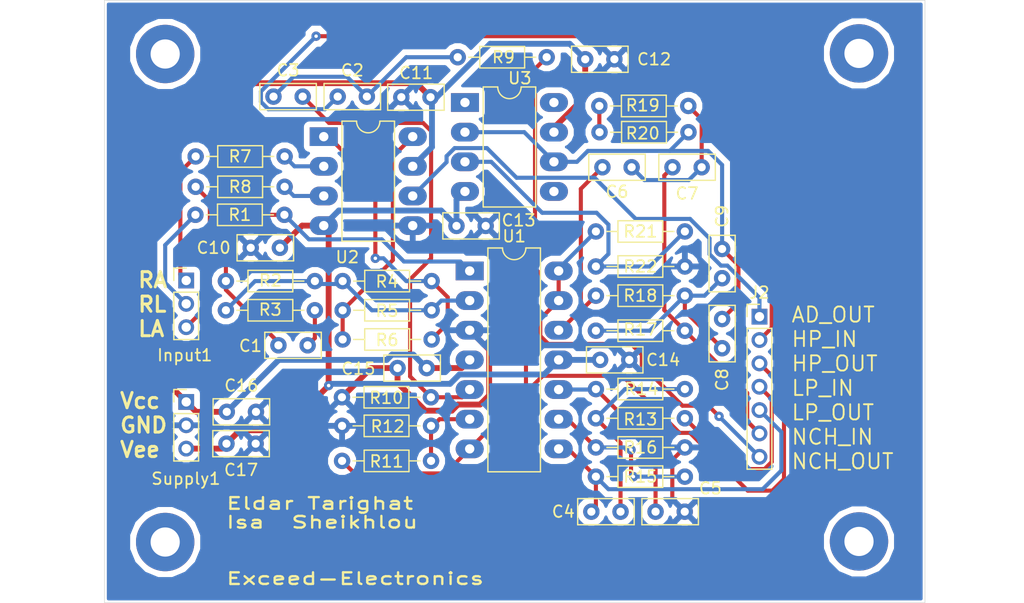
<source format=kicad_pcb>
(kicad_pcb (version 20241229) (generator "pcbnew") (generator_version "9.0")
  (layers (0 "F.Cu" signal) (2 "B.Cu" signal) (13 "F.Paste" user) (15 "B.Paste" user) (5 "F.SilkS" user "F.Silkscreen") (7 "B.SilkS" user "B.Silkscreen") (1 "F.Mask" user) (3 "B.Mask" user) (25 "Edge.Cuts" user))
  (net 0 "")
  (net 1 "Net-(C1-Pad2)")
  (net 2 "Net-(C1-Pad1)")
  (net 3 "Net-(C2-Pad2)")
  (net 4 "Net-(U1B-+)")
  (net 5 "Net-(C4-Pad2)")
  (net 6 "GND")
  (net 7 "Net-(U1C-+)")
  (net 8 "Net-(U1D-+)")
  (net 9 "Net-(C6-Pad2)")
  (net 10 "Net-(C8-Pad1)")
  (net 11 "Net-(U3--)")
  (net 12 "Net-(U1A--)")
  (net 13 "Net-(R4-Pad2)")
  (net 14 "Net-(R5-Pad1)")
  (net 15 "Net-(U2--)")
  (net 16 "Net-(U2-+)")
  (net 17 "Net-(U1B--)")
  (net 18 "Net-(U1C--)")
  (net 19 "Net-(R19-Pad2)")
  (net 20 "Net-(U3-+)")
  (net 24 "Net-(Input1-Pin_3)")
  (net 25 "Net-(Input1-Pin_1)")
  (net 26 "Net-(Input1-Pin_2)")
  (net 27 "Net-(J2-Pin_2)")
  (net 28 "Net-(J2-Pin_5)")
  (net 29 "Net-(J2-Pin_6)")
  (net 30 "Net-(J2-Pin_7)")
  (net 31 "Net-(J2-Pin_4)")
  (net 32 "Net-(J2-Pin_1)")
  (net 33 "Net-(J2-Pin_3)")
  (net 34 "Net-(Supply1-Pin_3)")
  (net 35 "Net-(Supply1-Pin_1)")
  (footprint "Capacitor_THT:C_Rect_L4.6mm_W2.0mm_P2.50mm_MKS02_FKP02" (layer "F.Cu") (at 90.525 87.125 180)
    (property "Reference" "C10" (at 5.675 0 0) (layer "F.SilkS"))
    (property "Value" "C")
    (pad "1" thru_hole circle (at 0 0 180) (size 1.4 1.4) (drill 0.7) (layers "*.Cu" "*.Mask") (net 34 "Net-(Supply1-Pin_3)"))
    (pad "2" thru_hole circle (at 2.5 0 180) (size 1.4 1.4) (drill 0.7) (layers "*.Cu" "*.Mask") (net 6 "GND"))
  )
  (footprint "Resistor_THT:R_Axial_DIN0204_L3.6mm_D1.6mm_P7.62mm_Horizontal" (layer "F.Cu") (at 117.59 88.725)
    (property "Reference" "R22" (at 3.81 0 0) (layer "F.SilkS"))
    (property "Value" "R")
    (pad "1" thru_hole circle (at 0 0) (size 1.4 1.4) (drill 0.7) (layers "*.Cu" "*.Mask") (net 20 "Net-(U3-+)"))
    (pad "2" thru_hole oval (at 7.62 0) (size 1.4 1.4) (drill 0.7) (layers "*.Cu" "*.Mask") (net 6 "GND"))
  )
  (footprint "Resistor_THT:R_Axial_DIN0204_L3.6mm_D1.6mm_P7.62mm_Horizontal" (layer "F.Cu") (at 90.93 79.3 180)
    (property "Reference" "R7" (at 3.82 0 0) (layer "F.SilkS"))
    (property "Value" "R")
    (pad "1" thru_hole circle (at 0 0 180) (size 1.4 1.4) (drill 0.7) (layers "*.Cu" "*.Mask") (net 15 "Net-(U2--)"))
    (pad "2" thru_hole oval (at 7.62 0 180) (size 1.4 1.4) (drill 0.7) (layers "*.Cu" "*.Mask") (net 25 "Net-(Input1-Pin_1)"))
  )
  (footprint "Capacitor_THT:C_Rect_L4.6mm_W2.0mm_P2.50mm_MKS02_FKP02" (layer "F.Cu") (at 103.425 74.225 180)
    (property "Reference" "C11" (at 1.225 2.075 0) (layer "F.SilkS"))
    (property "Value" "C")
    (pad "1" thru_hole circle (at 0 0 180) (size 1.4 1.4) (drill 0.7) (layers "*.Cu" "*.Mask") (net 35 "Net-(Supply1-Pin_1)"))
    (pad "2" thru_hole circle (at 2.5 0 180) (size 1.4 1.4) (drill 0.7) (layers "*.Cu" "*.Mask") (net 6 "GND"))
  )
  (footprint "Connector_PinHeader_2.00mm:PinHeader_1x03_P2.00mm_Vertical" (layer "F.Cu") (at 82.5 100.325)
    (property "Reference" "Supply1" (at -0.025 6.575 180) (layer "F.SilkS"))
    (property "Value" "Conn_01x03_Pin")
    (pad "1" thru_hole rect (at 0 0) (size 1.35 1.35) (drill 0.8) (layers "*.Cu" "*.Mask") (net 35 "Net-(Supply1-Pin_1)"))
    (pad "2" thru_hole oval (at 0 2) (size 1.35 1.35) (drill 0.8) (layers "*.Cu" "*.Mask") (net 6 "GND"))
    (pad "3" thru_hole oval (at 0 4) (size 1.35 1.35) (drill 0.8) (layers "*.Cu" "*.Mask") (net 34 "Net-(Supply1-Pin_3)"))
  )
  (footprint "Resistor_THT:R_Axial_DIN0204_L3.6mm_D1.6mm_P7.62mm_Horizontal" (layer "F.Cu") (at 95.9 94.975)
    (property "Reference" "R6" (at 3.81 0.05 0) (layer "F.SilkS"))
    (property "Value" "R")
    (pad "1" thru_hole circle (at 0 0) (size 1.4 1.4) (drill 0.7) (layers "*.Cu" "*.Mask") (net 14 "Net-(R5-Pad1)"))
    (pad "2" thru_hole oval (at 7.62 0) (size 1.4 1.4) (drill 0.7) (layers "*.Cu" "*.Mask") (net 13 "Net-(R4-Pad2)"))
  )
  (footprint "Resistor_THT:R_Axial_DIN0204_L3.6mm_D1.6mm_P7.62mm_Horizontal" (layer "F.Cu") (at 83.31 81.9)
    (property "Reference" "R8" (at 3.81 0 0) (layer "F.SilkS"))
    (property "Value" "R")
    (pad "1" thru_hole circle (at 0 0) (size 1.4 1.4) (drill 0.7) (layers "*.Cu" "*.Mask") (net 24 "Net-(Input1-Pin_3)"))
    (pad "2" thru_hole oval (at 7.62 0) (size 1.4 1.4) (drill 0.7) (layers "*.Cu" "*.Mask") (net 16 "Net-(U2-+)"))
  )
  (footprint "Resistor_THT:R_Axial_DIN0204_L3.6mm_D1.6mm_P7.62mm_Horizontal" (layer "F.Cu") (at 117.59 94.225)
    (property "Reference" "R17" (at 3.81 -0.1 0) (layer "F.SilkS"))
    (property "Value" "R")
    (pad "1" thru_hole circle (at 0 0) (size 1.4 1.4) (drill 0.7) (layers "*.Cu" "*.Mask") (net 10 "Net-(C8-Pad1)"))
    (pad "2" thru_hole oval (at 7.62 0) (size 1.4 1.4) (drill 0.7) (layers "*.Cu" "*.Mask") (net 29 "Net-(J2-Pin_6)"))
  )
  (footprint "Resistor_THT:R_Axial_DIN0204_L3.6mm_D1.6mm_P7.62mm_Horizontal" (layer "F.Cu") (at 117.59 101.725)
    (property "Reference" "R13" (at 3.81 0.1 0) (layer "F.SilkS"))
    (property "Value" "R")
    (pad "1" thru_hole circle (at 0 0) (size 1.4 1.4) (drill 0.7) (layers "*.Cu" "*.Mask") (net 5 "Net-(C4-Pad2)"))
    (pad "2" thru_hole oval (at 7.62 0) (size 1.4 1.4) (drill 0.7) (layers "*.Cu" "*.Mask") (net 31 "Net-(J2-Pin_4)"))
  )
  (footprint "MountingHole:MountingHole_2.5mm_Pad_TopBottom" (layer "F.Cu") (at 140.125 70.475)
    (property "Reference" "REF**" (hide yes))
    (property "Value" "MountingHole_2.5mm_Pad_TopBottom")
    (pad "1" thru_hole circle (at 0 0) (size 2.9 2.9) (drill 2.5) (layers "*.Cu" "*.Mask"))
    (pad "1" connect circle (at 0 0) (size 5 5) (layers "F.Cu" "F.Mask"))
    (pad "1" connect circle (at 0 0) (size 5 5) (layers "B.Cu" "B.Mask"))
  )
  (footprint "MountingHole:MountingHole_2.5mm_Pad_TopBottom" (layer "F.Cu") (at 80.7 70.525)
    (property "Reference" "REF**" (hide yes))
    (property "Value" "MountingHole_2.5mm_Pad_TopBottom")
    (pad "1" thru_hole circle (at 0 0) (size 2.9 2.9) (drill 2.5) (layers "*.Cu" "*.Mask"))
    (pad "1" connect circle (at 0 0) (size 5 5) (layers "F.Cu" "F.Mask"))
    (pad "1" connect circle (at 0 0) (size 5 5) (layers "B.Cu" "B.Mask"))
  )
  (footprint "Capacitor_THT:C_Rect_L4.6mm_W2.0mm_P2.50mm_MKS02_FKP02" (layer "F.Cu") (at 118.15 80.225)
    (property "Reference" "C6" (at 1.25 2.1 0) (layer "F.SilkS"))
    (property "Value" "C")
    (pad "1" thru_hole circle (at 0 0) (size 1.4 1.4) (drill 0.7) (layers "*.Cu" "*.Mask") (net 8 "Net-(U1D-+)"))
    (pad "2" thru_hole circle (at 2.5 0) (size 1.4 1.4) (drill 0.7) (layers "*.Cu" "*.Mask") (net 9 "Net-(C6-Pad2)"))
  )
  (footprint "Capacitor_THT:C_Rect_L4.6mm_W2.0mm_P2.50mm_MKS02_FKP02" (layer "F.Cu") (at 117.2 109.725)
    (property "Reference" "C4" (at -2.4 0 0) (layer "F.SilkS"))
    (property "Value" "C")
    (pad "1" thru_hole circle (at 0 0) (size 1.4 1.4) (drill 0.7) (layers "*.Cu" "*.Mask") (net 28 "Net-(J2-Pin_5)"))
    (pad "2" thru_hole circle (at 2.5 0) (size 1.4 1.4) (drill 0.7) (layers "*.Cu" "*.Mask") (net 5 "Net-(C4-Pad2)"))
  )
  (footprint "Resistor_THT:R_Axial_DIN0204_L3.6mm_D1.6mm_P7.62mm_Horizontal" (layer "F.Cu") (at 117.59 106.725)
    (property "Reference" "R15" (at 3.81 0 0) (layer "F.SilkS"))
    (property "Value" "R")
    (pad "1" thru_hole circle (at 0 0) (size 1.4 1.4) (drill 0.7) (layers "*.Cu" "*.Mask") (net 28 "Net-(J2-Pin_5)"))
    (pad "2" thru_hole oval (at 7.62 0) (size 1.4 1.4) (drill 0.7) (layers "*.Cu" "*.Mask") (net 18 "Net-(U1C--)"))
  )
  (footprint "Connector_PinHeader_2.00mm:PinHeader_1x03_P2.00mm_Vertical" (layer "F.Cu") (at 82.5 89.925)
    (property "Reference" "Input1" (at -0.125 6.4 0) (layer "F.SilkS"))
    (property "Value" "Conn_01x03_Pin")
    (pad "1" thru_hole rect (at 0 0) (size 1.35 1.35) (drill 0.8) (layers "*.Cu" "*.Mask") (net 25 "Net-(Input1-Pin_1)"))
    (pad "2" thru_hole oval (at 0 2) (size 1.35 1.35) (drill 0.8) (layers "*.Cu" "*.Mask") (net 26 "Net-(Input1-Pin_2)"))
    (pad "3" thru_hole oval (at 0 4) (size 1.35 1.35) (drill 0.8) (layers "*.Cu" "*.Mask") (net 24 "Net-(Input1-Pin_3)"))
  )
  (footprint "Resistor_THT:R_Axial_DIN0204_L3.6mm_D1.6mm_P7.62mm_Horizontal" (layer "F.Cu") (at 117.59 91.225)
    (property "Reference" "R18" (at 3.81 0 0) (layer "F.SilkS"))
    (property "Value" "R")
    (pad "1" thru_hole circle (at 0 0) (size 1.4 1.4) (drill 0.7) (layers "*.Cu" "*.Mask") (net 8 "Net-(U1D-+)"))
    (pad "2" thru_hole oval (at 7.62 0) (size 1.4 1.4) (drill 0.7) (layers "*.Cu" "*.Mask") (net 10 "Net-(C8-Pad1)"))
  )
  (footprint "Capacitor_THT:C_Rect_L4.6mm_W2.0mm_P2.50mm_MKS02_FKP02" (layer "F.Cu") (at 108.15 85.25 180)
    (property "Reference" "C13" (at -2.825 0.475 0) (layer "F.SilkS"))
    (property "Value" "C")
    (pad "1" thru_hole circle (at 0 0 180) (size 1.4 1.4) (drill 0.7) (layers "*.Cu" "*.Mask") (net 6 "GND"))
    (pad "2" thru_hole circle (at 2.5 0 180) (size 1.4 1.4) (drill 0.7) (layers "*.Cu" "*.Mask") (net 34 "Net-(Supply1-Pin_3)"))
  )
  (footprint "Capacitor_THT:C_Rect_L4.6mm_W2.0mm_P2.50mm_MKS02_FKP02" (layer "F.Cu") (at 90.4 95.475)
    (property "Reference" "C1" (at -2.4 0.05 0) (layer "F.SilkS"))
    (property "Value" "C")
    (pad "1" thru_hole circle (at 0 0) (size 1.4 1.4) (drill 0.7) (layers "*.Cu" "*.Mask") (net 2 "Net-(C1-Pad1)"))
    (pad "2" thru_hole circle (at 2.5 0) (size 1.4 1.4) (drill 0.7) (layers "*.Cu" "*.Mask") (net 1 "Net-(C1-Pad2)"))
  )
  (footprint "Capacitor_THT:C_Rect_L4.6mm_W2.0mm_P2.50mm_MKS02_FKP02" (layer "F.Cu") (at 95.475 74.175)
    (property "Reference" "C2" (at 1.25 -2.25 0) (layer "F.SilkS"))
    (property "Value" "C")
    (pad "1" thru_hole circle (at 0 0) (size 1.4 1.4) (drill 0.7) (layers "*.Cu" "*.Mask") (net 27 "Net-(J2-Pin_2)"))
    (pad "2" thru_hole circle (at 2.5 0) (size 1.4 1.4) (drill 0.7) (layers "*.Cu" "*.Mask") (net 3 "Net-(C2-Pad2)"))
  )
  (footprint "Resistor_THT:R_Axial_DIN0204_L3.6mm_D1.6mm_P7.62mm_Horizontal" (layer "F.Cu") (at 105.755 70.8)
    (property "Reference" "R9" (at 3.92 0 0) (layer "F.SilkS"))
    (property "Value" "R")
    (pad "1" thru_hole circle (at 0 0) (size 1.4 1.4) (drill 0.7) (layers "*.Cu" "*.Mask") (net 3 "Net-(C2-Pad2)"))
    (pad "2" thru_hole oval (at 7.62 0) (size 1.4 1.4) (drill 0.7) (layers "*.Cu" "*.Mask") (net 33 "Net-(J2-Pin_3)"))
  )
  (footprint "Package_DIP:DIP-8_W7.62mm_LongPads" (layer "F.Cu") (at 94.28 77.605)
    (property "Reference" "U2" (at 2.02 10.32 0) (layer "F.SilkS"))
    (property "Value" "AD620")
    (pad "1" thru_hole rect (at 0 0) (size 2.4 1.6) (drill 0.8) (layers "*.Cu" "*.Mask") (net 13 "Net-(R4-Pad2)"))
    (pad "2" thru_hole oval (at 0 2.54) (size 2.4 1.6) (drill 0.8) (layers "*.Cu" "*.Mask") (net 15 "Net-(U2--)"))
    (pad "3" thru_hole oval (at 0 5.08) (size 2.4 1.6) (drill 0.8) (layers "*.Cu" "*.Mask") (net 16 "Net-(U2-+)"))
    (pad "4" thru_hole oval (at 0 7.62) (size 2.4 1.6) (drill 0.8) (layers "*.Cu" "*.Mask") (net 34 "Net-(Supply1-Pin_3)"))
    (pad "5" thru_hole oval (at 7.62 7.62) (size 2.4 1.6) (drill 0.8) (layers "*.Cu" "*.Mask") (net 6 "GND"))
    (pad "6" thru_hole oval (at 7.62 5.08) (size 2.4 1.6) (drill 0.8) (layers "*.Cu" "*.Mask") (net 32 "Net-(J2-Pin_1)"))
    (pad "7" thru_hole oval (at 7.62 2.54) (size 2.4 1.6) (drill 0.8) (layers "*.Cu" "*.Mask") (net 35 "Net-(Supply1-Pin_1)"))
    (pad "8" thru_hole oval (at 7.62 0) (size 2.4 1.6) (drill 0.8) (layers "*.Cu" "*.Mask") (net 14 "Net-(R5-Pad1)"))
  )
  (footprint "Package_DIP:CERDIP-14_W7.62mm_SideBrazed_LongPads" (layer "F.Cu") (at 106.78 89.105)
    (property "Reference" "U1" (at 3.81 -2.965 0) (layer "F.SilkS"))
    (property "Value" "TL084")
    (pad "1" thru_hole rect (at 0 0) (size 2.4 1.6) (drill 0.8) (layers "*.Cu" "*.Mask") (net 2 "Net-(C1-Pad1)"))
    (pad "2" thru_hole oval (at 0 2.54) (size 2.4 1.6) (drill 0.8) (layers "*.Cu" "*.Mask") (net 12 "Net-(U1A--)"))
    (pad "3" thru_hole oval (at 0 5.08) (size 2.4 1.6) (drill 0.8) (layers "*.Cu" "*.Mask") (net 6 "GND"))
    (pad "4" thru_hole oval (at 0 7.62) (size 2.4 1.6) (drill 0.8) (layers "*.Cu" "*.Mask") (net 35 "Net-(Supply1-Pin_1)"))
    (pad "5" thru_hole oval (at 0 10.16) (size 2.4 1.6) (drill 0.8) (layers "*.Cu" "*.Mask") (net 4 "Net-(U1B-+)"))
    (pad "6" thru_hole oval (at 0 12.7) (size 2.4 1.6) (drill 0.8) (layers "*.Cu" "*.Mask") (net 17 "Net-(U1B--)"))
    (pad "7" thru_hole oval (at 0 15.24) (size 2.4 1.6) (drill 0.8) (layers "*.Cu" "*.Mask") (net 33 "Net-(J2-Pin_3)"))
    (pad "8" thru_hole oval (at 7.62 15.24) (size 2.4 1.6) (drill 0.8) (layers "*.Cu" "*.Mask") (net 28 "Net-(J2-Pin_5)"))
    (pad "9" thru_hole oval (at 7.62 12.7) (size 2.4 1.6) (drill 0.8) (layers "*.Cu" "*.Mask") (net 18 "Net-(U1C--)"))
    (pad "10" thru_hole oval (at 7.62 10.16) (size 2.4 1.6) (drill 0.8) (layers "*.Cu" "*.Mask") (net 7 "Net-(U1C-+)"))
    (pad "11" thru_hole oval (at 7.62 7.62) (size 2.4 1.6) (drill 0.8) (layers "*.Cu" "*.Mask") (net 34 "Net-(Supply1-Pin_3)"))
    (pad "12" thru_hole oval (at 7.62 5.08) (size 2.4 1.6) (drill 0.8) (layers "*.Cu" "*.Mask") (net 8 "Net-(U1D-+)"))
    (pad "13" thru_hole oval (at 7.62 2.54) (size 2.4 1.6) (drill 0.8) (layers "*.Cu" "*.Mask") (net 30 "Net-(J2-Pin_7)"))
    (pad "14" thru_hole oval (at 7.62 0) (size 2.4 1.6) (drill 0.8) (layers "*.Cu" "*.Mask") (net 30 "Net-(J2-Pin_7)"))
  )
  (footprint "Capacitor_THT:C_Rect_L4.6mm_W2.0mm_P2.50mm_MKS02_FKP02" (layer "F.Cu") (at 116.675 70.975)
    (property "Reference" "C12" (at 5.9 0 0) (layer "F.SilkS"))
    (property "Value" "C")
    (pad "1" thru_hole circle (at 0 0) (size 1.4 1.4) (drill 0.7) (layers "*.Cu" "*.Mask") (net 35 "Net-(Supply1-Pin_1)"))
    (pad "2" thru_hole circle (at 2.5 0) (size 1.4 1.4) (drill 0.7) (layers "*.Cu" "*.Mask") (net 6 "GND"))
  )
  (footprint "Capacitor_THT:C_Rect_L4.6mm_W2.0mm_P2.50mm_MKS02_FKP02" (layer "F.Cu") (at 120.45 96.725 180)
    (property "Reference" "C14" (at -2.9 0 0) (layer "F.SilkS"))
    (property "Value" "C")
    (pad "1" thru_hole circle (at 0 0 180) (size 1.4 1.4) (drill 0.7) (layers "*.Cu" "*.Mask") (net 6 "GND"))
    (pad "2" thru_hole circle (at 2.5 0 180) (size 1.4 1.4) (drill 0.7) (layers "*.Cu" "*.Mask") (net 34 "Net-(Supply1-Pin_3)"))
  )
  (footprint "Resistor_THT:R_Axial_DIN0204_L3.6mm_D1.6mm_P7.62mm_Horizontal" (layer "F.Cu") (at 95.9 89.975)
    (property "Reference" "R4" (at 3.8 0.05 0) (layer "F.SilkS"))
    (property "Value" "R")
    (pad "1" thru_hole circle (at 0 0) (size 1.4 1.4) (drill 0.7) (layers "*.Cu" "*.Mask") (net 12 "Net-(U1A--)"))
    (pad "2" thru_hole oval (at 7.62 0) (size 1.4 1.4) (drill 0.7) (layers "*.Cu" "*.Mask") (net 13 "Net-(R4-Pad2)"))
  )
  (footprint "MountingHole:MountingHole_2.5mm_Pad_TopBottom" (layer "F.Cu") (at 80.7 112.325)
    (property "Reference" "REF**" (hide yes))
    (property "Value" "MountingHole_2.5mm_Pad_TopBottom")
    (pad "1" thru_hole circle (at 0 0) (size 2.9 2.9) (drill 2.5) (layers "*.Cu" "*.Mask"))
    (pad "1" connect circle (at 0 0) (size 5 5) (layers "F.Cu" "F.Mask"))
    (pad "1" connect circle (at 0 0) (size 5 5) (layers "B.Cu" "B.Mask"))
  )
  (footprint "MountingHole:MountingHole_2.5mm_Pad_TopBottom" (layer "F.Cu") (at 140.125 112.275)
    (property "Reference" "REF**" (hide yes))
    (property "Value" "MountingHole_2.5mm_Pad_TopBottom")
    (pad "1" thru_hole circle (at 0 0) (size 2.9 2.9) (drill 2.5) (layers "*.Cu" "*.Mask"))
    (pad "1" connect circle (at 0 0) (size 5 5) (layers "F.Cu" "F.Mask"))
    (pad "1" connect circle (at 0 0) (size 5 5) (layers "B.Cu" "B.Mask"))
  )
  (footprint "Resistor_THT:R_Axial_DIN0204_L3.6mm_D1.6mm_P7.62mm_Horizontal" (layer "F.Cu") (at 117.59 99.225)
    (property "Reference" "R14" (at 3.91 0 0) (layer "F.SilkS"))
    (property "Value" "R")
    (pad "1" thru_hole circle (at 0 0) (size 1.4 1.4) (drill 0.7) (layers "*.Cu" "*.Mask") (net 7 "Net-(U1C-+)"))
    (pad "2" thru_hole oval (at 7.62 0) (size 1.4 1.4) (drill 0.7) (layers "*.Cu" "*.Mask") (net 5 "Net-(C4-Pad2)"))
  )
  (footprint "Resistor_THT:R_Axial_DIN0204_L3.6mm_D1.6mm_P7.62mm_Horizontal" (layer "F.Cu") (at 85.9 89.975)
    (property "Reference" "R2" (at 3.81 -0.05 0) (layer "F.SilkS"))
    (property "Value" "R")
    (pad "1" thru_hole circle (at 0 0) (size 1.4 1.4) (drill 0.7) (layers "*.Cu" "*.Mask") (net 2 "Net-(C1-Pad1)"))
    (pad "2" thru_hole oval (at 7.62 0) (size 1.4 1.4) (drill 0.7) (layers "*.Cu" "*.Mask") (net 12 "Net-(U1A--)"))
  )
  (footprint "Capacitor_THT:C_Rect_L4.6mm_W2.0mm_P2.50mm_MKS02_FKP02" (layer "F.Cu") (at 126.65 80.225 180)
    (property "Reference" "C7" (at 1.25 -2.25 0) (layer "F.SilkS"))
    (property "Value" "C")
    (pad "1" thru_hole circle (at 0 0 180) (size 1.4 1.4) (drill 0.7) (layers "*.Cu" "*.Mask") (net 9 "Net-(C6-Pad2)"))
    (pad "2" thru_hole circle (at 2.5 0 180) (size 1.4 1.4) (drill 0.7) (layers "*.Cu" "*.Mask") (net 29 "Net-(J2-Pin_6)"))
  )
  (footprint "Resistor_THT:R_Axial_DIN0204_L3.6mm_D1.6mm_P7.62mm_Horizontal" (layer "F.Cu") (at 117.9 77.225)
    (property "Reference" "R20" (at 3.7 0.1 0) (layer "F.SilkS"))
    (property "Value" "R")
    (pad "1" thru_hole circle (at 0 0) (size 1.4 1.4) (drill 0.7) (layers "*.Cu" "*.Mask") (net 19 "Net-(R19-Pad2)"))
    (pad "2" thru_hole oval (at 7.62 0) (size 1.4 1.4) (drill 0.7) (layers "*.Cu" "*.Mask") (net 11 "Net-(U3--)"))
  )
  (footprint "Resistor_THT:R_Axial_DIN0204_L3.6mm_D1.6mm_P7.62mm_Horizontal" (layer "F.Cu") (at 95.9 92.475)
    (property "Reference" "R5" (at 3.8 0.05 0) (layer "F.SilkS"))
    (property "Value" "R")
    (pad "1" thru_hole circle (at 0 0) (size 1.4 1.4) (drill 0.7) (layers "*.Cu" "*.Mask") (net 14 "Net-(R5-Pad1)"))
    (pad "2" thru_hole oval (at 7.62 0) (size 1.4 1.4) (drill 0.7) (layers "*.Cu" "*.Mask") (net 12 "Net-(U1A--)"))
  )
  (footprint "Package_DIP:DIP-8_W7.62mm_LongPads" (layer "F.Cu") (at 106.375 74.68)
    (property "Reference" "U3" (at 4.7 -2.08 0) (layer "F.SilkS"))
    (property "Value" "TL081")
    (pad "1" thru_hole rect (at 0 0) (size 2.4 1.6) (drill 0.8) (layers "*.Cu" "*.Mask"))
    (pad "2" thru_hole oval (at 0 2.54) (size 2.4 1.6) (drill 0.8) (layers "*.Cu" "*.Mask") (net 11 "Net-(U3--)"))
    (pad "3" thru_hole oval (at 0 5.08) (size 2.4 1.6) (drill 0.8) (layers "*.Cu" "*.Mask") (net 20 "Net-(U3-+)"))
    (pad "4" thru_hole oval (at 0 7.62) (size 2.4 1.6) (drill 0.8) (layers "*.Cu" "*.Mask") (net 34 "Net-(Supply1-Pin_3)"))
    (pad "5" thru_hole oval (at 7.62 7.62) (size 2.4 1.6) (drill 0.8) (layers "*.Cu" "*.Mask"))
    (pad "6" thru_hole oval (at 7.62 5.08) (size 2.4 1.6) (drill 0.8) (layers "*.Cu" "*.Mask") (net 11 "Net-(U3--)"))
    (pad "7" thru_hole oval (at 7.62 2.54) (size 2.4 1.6) (drill 0.8) (layers "*.Cu" "*.Mask") (net 35 "Net-(Supply1-Pin_1)"))
    (pad "8" thru_hole oval (at 7.62 0) (size 2.4 1.6) (drill 0.8) (layers "*.Cu" "*.Mask"))
  )
  (footprint "Capacitor_THT:C_Rect_L4.6mm_W2.0mm_P2.50mm_MKS02_FKP02" (layer "F.Cu") (at 128.4 95.725 90)
    (property "Reference" "C8" (at -2.7 0 90) (layer "F.SilkS"))
    (property "Value" "C")
    (pad "1" thru_hole circle (at 0 0 90) (size 1.4 1.4) (drill 0.7) (layers "*.Cu" "*.Mask") (net 10 "Net-(C8-Pad1)"))
    (pad "2" thru_hole circle (at 2.5 0 90) (size 1.4 1.4) (drill 0.7) (layers "*.Cu" "*.Mask") (net 11 "Net-(U3--)"))
  )
  (footprint "Resistor_THT:R_Axial_DIN0204_L3.6mm_D1.6mm_P7.62mm_Horizontal" (layer "F.Cu") (at 103.47 102.375 180)
    (property "Reference" "R12" (at 3.72 -0.05 0) (layer "F.SilkS"))
    (property "Value" "R")
    (pad "1" thru_hole circle (at 0 0 180) (size 1.4 1.4) (drill 0.7) (layers "*.Cu" "*.Mask") (net 17 "Net-(U1B--)"))
    (pad "2" thru_hole oval (at 7.62 0 180) (size 1.4 1.4) (drill 0.7) (layers "*.Cu" "*.Mask") (net 6 "GND"))
  )
  (footprint "Resistor_THT:R_Axial_DIN0204_L3.6mm_D1.6mm_P7.62mm_Horizontal" (layer "F.Cu") (at 95.85 105.375)
    (property "Reference" "R11" (at 3.81 0.05 0) (layer "F.SilkS"))
    (property "Value" "R")
    (pad "1" thru_hole circle (at 0 0) (size 1.4 1.4) (drill 0.7) (layers "*.Cu" "*.Mask") (net 33 "Net-(J2-Pin_3)"))
    (pad "2" thru_hole oval (at 7.62 0) (size 1.4 1.4) (drill 0.7) (layers "*.Cu" "*.Mask") (net 17 "Net-(U1B--)"))
  )
  (footprint "Capacitor_THT:C_Rect_L4.6mm_W2.0mm_P2.50mm_MKS02_FKP02" (layer "F.Cu") (at 88.45 103.9 180)
    (property "Reference" "C17" (at 1.25 -2.25 0) (layer "F.SilkS"))
    (property "Value" "C")
    (pad "1" thru_hole circle (at 0 0 180) (size 1.4 1.4) (drill 0.7) (layers "*.Cu" "*.Mask") (net 6 "GND"))
    (pad "2" thru_hole circle (at 2.5 0 180) (size 1.4 1.4) (drill 0.7) (layers "*.Cu" "*.Mask") (net 34 "Net-(Supply1-Pin_3)"))
  )
  (footprint "Resistor_THT:R_Axial_DIN0204_L3.6mm_D1.6mm_P7.62mm_Horizontal" (layer "F.Cu") (at 117.59 85.725)
    (property "Reference" "R21" (at 3.81 0 0) (layer "F.SilkS"))
    (property "Value" "R")
    (pad "1" thru_hole circle (at 0 0) (size 1.4 1.4) (drill 0.7) (layers "*.Cu" "*.Mask") (net 30 "Net-(J2-Pin_7)"))
    (pad "2" thru_hole oval (at 7.62 0) (size 1.4 1.4) (drill 0.7) (layers "*.Cu" "*.Mask") (net 20 "Net-(U3-+)"))
  )
  (footprint "Resistor_THT:R_Axial_DIN0204_L3.6mm_D1.6mm_P7.62mm_Horizontal" (layer "F.Cu") (at 90.91 84.3 180)
    (property "Reference" "R1" (at 3.82 0 0) (layer "F.SilkS"))
    (property "Value" "R")
    (pad "1" thru_hole circle (at 0 0 180) (size 1.4 1.4) (drill 0.7) (layers "*.Cu" "*.Mask") (net 2 "Net-(C1-Pad1)"))
    (pad "2" thru_hole oval (at 7.62 0 180) (size 1.4 1.4) (drill 0.7) (layers "*.Cu" "*.Mask") (net 26 "Net-(Input1-Pin_2)"))
  )
  (footprint "Connector_PinHeader_2.00mm:PinHeader_1x07_P2.00mm_Vertical" (layer "F.Cu") (at 131.6 93.025)
    (property "Reference" "J2" (at 0 -2.06 0) (layer "F.SilkS"))
    (property "Value" "Conn_01x07_Pin")
    (pad "1" thru_hole rect (at 0 0) (size 1.35 1.35) (drill 0.8) (layers "*.Cu" "*.Mask") (net 32 "Net-(J2-Pin_1)"))
    (pad "2" thru_hole oval (at 0 2) (size 1.35 1.35) (drill 0.8) (layers "*.Cu" "*.Mask") (net 27 "Net-(J2-Pin_2)"))
    (pad "3" thru_hole oval (at 0 4) (size 1.35 1.35) (drill 0.8) (layers "*.Cu" "*.Mask") (net 33 "Net-(J2-Pin_3)"))
    (pad "4" thru_hole oval (at 0 6) (size 1.35 1.35) (drill 0.8) (layers "*.Cu" "*.Mask") (net 31 "Net-(J2-Pin_4)"))
    (pad "5" thru_hole oval (at 0 8) (size 1.35 1.35) (drill 0.8) (layers "*.Cu" "*.Mask") (net 28 "Net-(J2-Pin_5)"))
    (pad "6" thru_hole oval (at 0 10) (size 1.35 1.35) (drill 0.8) (layers "*.Cu" "*.Mask") (net 29 "Net-(J2-Pin_6)"))
    (pad "7" thru_hole oval (at 0 12) (size 1.35 1.35) (drill 0.8) (layers "*.Cu" "*.Mask") (net 30 "Net-(J2-Pin_7)"))
  )
  (footprint "Resistor_THT:R_Axial_DIN0204_L3.6mm_D1.6mm_P7.62mm_Horizontal" (layer "F.Cu") (at 125.505 74.975 180)
    (property "Reference" "R19" (at 3.905 0.05 0) (layer "F.SilkS"))
    (property "Value" "R")
    (pad "1" thru_hole circle (at 0 0 180) (size 1.4 1.4) (drill 0.7) (layers "*.Cu" "*.Mask") (net 9 "Net-(C6-Pad2)"))
    (pad "2" thru_hole oval (at 7.62 0 180) (size 1.4 1.4) (drill 0.7) (layers "*.Cu" "*.Mask") (net 19 "Net-(R19-Pad2)"))
  )
  (footprint "Capacitor_THT:C_Rect_L4.6mm_W2.0mm_P2.50mm_MKS02_FKP02" (layer "F.Cu") (at 128.4 89.725 90)
    (property "Reference" "C9" (at 5.3 0 90) (layer "F.SilkS"))
    (property "Value" "C")
    (pad "1" thru_hole circle (at 0 0 90) (size 1.4 1.4) (drill 0.7) (layers "*.Cu" "*.Mask") (net 10 "Net-(C8-Pad1)"))
    (pad "2" thru_hole circle (at 2.5 0 90) (size 1.4 1.4) (drill 0.7) (layers "*.Cu" "*.Mask") (net 11 "Net-(U3--)"))
  )
  (footprint "Capacitor_THT:C_Rect_L4.6mm_W2.0mm_P2.50mm_MKS02_FKP02" (layer "F.Cu") (at 85.975 101.175)
    (property "Reference" "C16" (at 1.25 -2.25 0) (layer "F.SilkS"))
    (property "Value" "C")
    (pad "1" thru_hole circle (at 0 0) (size 1.4 1.4) (drill 0.7) (layers "*.Cu" "*.Mask") (net 35 "Net-(Supply1-Pin_1)"))
    (pad "2" thru_hole circle (at 2.5 0) (size 1.4 1.4) (drill 0.7) (layers "*.Cu" "*.Mask") (net 6 "GND"))
  )
  (footprint "Capacitor_THT:C_Rect_L4.6mm_W2.0mm_P2.50mm_MKS02_FKP02" (layer "F.Cu") (at 89.975 74.175)
    (property "Reference" "C3" (at 1.25 -2.25 0) (layer "F.SilkS"))
    (property "Value" "C")
    (pad "1" thru_hole circle (at 0 0) (size 1.4 1.4) (drill 0.7) (layers "*.Cu" "*.Mask") (net 3 "Net-(C2-Pad2)"))
    (pad "2" thru_hole circle (at 2.5 0) (size 1.4 1.4) (drill 0.7) (layers "*.Cu" "*.Mask") (net 4 "Net-(U1B-+)"))
  )
  (footprint "Resistor_THT:R_Axial_DIN0204_L3.6mm_D1.6mm_P7.62mm_Horizontal" (layer "F.Cu") (at 95.84 99.925)
    (property "Reference" "R10" (at 3.8 0.05 0) (layer "F.SilkS"))
    (property "Value" "R")
    (pad "1" thru_hole circle (at 0 0) (size 1.4 1.4) (drill 0.7) (layers "*.Cu" "*.Mask") (net 6 "GND"))
    (pad "2" thru_hole oval (at 7.62 0) (size 1.4 1.4) (drill 0.7) (layers "*.Cu" "*.Mask") (net 4 "Net-(U1B-+)"))
  )
  (footprint "Resistor_THT:R_Axial_DIN0204_L3.6mm_D1.6mm_P7.62mm_Horizontal" (layer "F.Cu") (at 117.59 104.225)
    (property "Reference" "R16" (at 3.81 0 0) (layer "F.SilkS"))
    (property "Value" "R")
    (pad "1" thru_hole circle (at 0 0) (size 1.4 1.4) (drill 0.7) (layers "*.Cu" "*.Mask") (net 18 "Net-(U1C--)"))
    (pad "2" thru_hole oval (at 7.62 0) (size 1.4 1.4) (drill 0.7) (layers "*.Cu" "*.Mask") (net 6 "GND"))
  )
  (footprint "Resistor_THT:R_Axial_DIN0204_L3.6mm_D1.6mm_P7.62mm_Horizontal" (layer "F.Cu") (at 93.52 92.475 180)
    (property "Reference" "R3" (at 3.82 0.05 0) (layer "F.SilkS"))
    (property "Value" "R")
    (pad "1" thru_hole circle (at 0 0 180) (size 1.4 1.4) (drill 0.7) (layers "*.Cu" "*.Mask") (net 1 "Net-(C1-Pad2)"))
    (pad "2" thru_hole oval (at 7.62 0 180) (size 1.4 1.4) (drill 0.7) (layers "*.Cu" "*.Mask") (net 12 "Net-(U1A--)"))
  )
  (footprint "Capacitor_THT:C_Rect_L4.6mm_W2.0mm_P2.50mm_MKS02_FKP02" (layer "F.Cu") (at 103.1 97.425 180)
    (property "Reference" "C15" (at 5.85 -0.05 0) (layer "F.SilkS"))
    (property "Value" "C")
    (pad "1" thru_hole circle (at 0 0 180) (size 1.4 1.4) (drill 0.7) (layers "*.Cu" "*.Mask") (net 35 "Net-(Supply1-Pin_1)"))
    (pad "2" thru_hole circle (at 2.5 0 180) (size 1.4 1.4) (drill 0.7) (layers "*.Cu" "*.Mask") (net 6 "GND"))
  )
  (footprint "Capacitor_THT:C_Rect_L4.6mm_W2.0mm_P2.50mm_MKS02_FKP02" (layer "F.Cu") (at 122.7 109.725)
    (property "Reference" "C5" (at 4.7 -2 0) (layer "F.SilkS"))
    (property "Value" "C")
    (pad "1" thru_hole circle (at 0 0) (size 1.4 1.4) (drill 0.7) (layers "*.Cu" "*.Mask") (net 7 "Net-(U1C-+)"))
    (pad "2" thru_hole circle (at 2.5 0) (size 1.4 1.4) (drill 0.7) (layers "*.Cu" "*.Mask") (net 6 "GND"))
  )
  (gr_rect (start 75.5 65.925) (end 145.775 117.525) (stroke (width 0.05)) (fill no) (layer "Edge.Cuts"))
  (gr_text "Eldar Tarighat\nIsa  Sheikhlou\n\n\nExceed-Electronics" (at 85.8 116.05 0) (layer "F.SilkS") (effects (font (size 1 1.5) (thickness 0.2) (bold yes)) (justify left bottom)))
  (gr_text "RA\nRL\nLA" (at 78.25 94.825 0) (layer "F.SilkS") (effects (font (size 1.3 1.3) (thickness 0.26) (bold yes)) (justify left bottom)))
  (gr_text "Vcc\nGND\nVee\n" (at 76.7 105.175 0) (layer "F.SilkS") (effects (font (size 1.3 1.3) (thickness 0.26) (bold yes)) (justify left bottom)))
  (gr_text "AD_OUT\nHP_IN\nHP_OUT\nLP_IN\nLP_OUT\nNCH_IN\nNCH_OUT" (at 134.25 106.175 0) (layer "F.SilkS") (effects (font (size 1.3 1.3) (thickness 0.16) (bold yes)) (justify left bottom)))
  (segment (start 93.52 94.855) (end 92.9 95.475) (width 0.35) (layer "F.Cu") (net 1))
  (segment (start 93.52 92.475) (end 93.52 94.855) (width 0.35) (layer "F.Cu") (net 1))
  (segment (start 85.9 90.725) (end 90.4 95.225) (width 0.35) (layer "F.Cu") (net 2))
  (segment (start 90.91 84.3) (end 88.95 84.3) (width 0.35) (layer "F.Cu") (net 2))
  (segment (start 88.95 84.3) (end 85.9 87.35) (width 0.35) (layer "F.Cu") (net 2))
  (segment (start 90.4 95.225) (end 90.4 95.475) (width 0.35) (layer "F.Cu") (net 2))
  (segment (start 85.9 89.975) (end 85.9 90.725) (width 0.35) (layer "F.Cu") (net 2))
  (segment (start 85.9 87.35) (end 85.9 89.975) (width 0.35) (layer "F.Cu") (net 2))
  (segment (start 105.975 88.3) (end 106.78 89.105) (width 0.35) (layer "B.Cu") (net 2))
  (segment (start 101.15 88.3) (end 105.975 88.3) (width 0.35) (layer "B.Cu") (net 2))
  (segment (start 93.01 86.4) (end 99.25 86.4) (width 0.35) (layer "B.Cu") (net 2))
  (segment (start 90.91 84.3) (end 93.01 86.4) (width 0.35) (layer "B.Cu") (net 2))
  (segment (start 99.25 86.4) (end 101.15 88.3) (width 0.35) (layer "B.Cu") (net 2))
  (segment (start 91.675 72.475) (end 96.275 72.475) (width 0.35) (layer "B.Cu") (net 3))
  (segment (start 101.35 70.8) (end 97.975 74.175) (width 0.35) (layer "B.Cu") (net 3))
  (segment (start 89.975 74.175) (end 91.675 72.475) (width 0.35) (layer "B.Cu") (net 3))
  (segment (start 105.755 70.8) (end 101.35 70.8) (width 0.35) (layer "B.Cu") (net 3))
  (segment (start 96.275 72.475) (end 97.975 74.175) (width 0.35) (layer "B.Cu") (net 3))
  (segment (start 106.12 99.925) (end 106.78 99.265) (width 0.35) (layer "F.Cu") (net 4))
  (segment (start 92.475 74.175) (end 94.73 76.43) (width 0.35) (layer "F.Cu") (net 4))
  (segment (start 103.475 77.118299) (end 103.475 88.02972) (width 0.35) (layer "F.Cu") (net 4))
  (segment (start 103.475 88.02972) (end 101.675 89.82972) (width 0.35) (layer "F.Cu") (net 4))
  (segment (start 94.73 76.43) (end 102.786701 76.43) (width 0.35) (layer "F.Cu") (net 4))
  (segment (start 102.786701 76.43) (end 103.475 77.118299) (width 0.35) (layer "F.Cu") (net 4))
  (segment (start 101.675 98.14) (end 103.46 99.925) (width 0.35) (layer "F.Cu") (net 4))
  (segment (start 101.675 89.82972) (end 101.675 98.14) (width 0.35) (layer "F.Cu") (net 4))
  (segment (start 103.46 99.925) (end 106.12 99.925) (width 0.35) (layer "F.Cu") (net 4))
  (segment (start 119.7 103.835) (end 119.7 109.725) (width 0.35) (layer "F.Cu") (net 5))
  (segment (start 117.59 101.725) (end 119.7 103.835) (width 0.35) (layer "F.Cu") (net 5))
  (segment (start 125.21 99.225) (end 120.09 99.225) (width 0.35) (layer "B.Cu") (net 5))
  (segment (start 120.09 99.225) (end 117.59 101.725) (width 0.35) (layer "B.Cu") (net 5))
  (segment (start 125.21 104.225) (end 124.135 105.3) (width 0.35) (layer "F.Cu") (net 6))
  (segment (start 108.45 99.762767) (end 108.45 95.855) (width 0.5) (layer "F.Cu") (net 6))
  (segment (start 108.45 95.855) (end 106.78 94.185) (width 0.5) (layer "F.Cu") (net 6))
  (segment (start 98.34 97.425) (end 95.84 99.925) (width 0.5) (layer "F.Cu") (net 6))
  (segment (start 102.983654 101.075) (end 105.25 101.075) (width 0.5) (layer "F.Cu") (net 6))
  (segment (start 100.6 97.425) (end 100.6 98.691346) (width 0.5) (layer "F.Cu") (net 6))
  (segment (start 124.135 105.3) (end 124.135 108.66) (width 0.35) (layer "F.Cu") (net 6))
  (segment (start 124.135 108.66) (end 125.2 109.725) (width 0.35) (layer "F.Cu") (net 6))
  (segment (start 105.25 101.075) (end 105.775 100.55) (width 0.5) (layer "F.Cu") (net 6))
  (segment (start 105.775 100.55) (end 107.662767 100.55) (width 0.5) (layer "F.Cu") (net 6))
  (segment (start 100.6 97.425) (end 98.34 97.425) (width 0.5) (layer "F.Cu") (net 6))
  (segment (start 107.662767 100.55) (end 108.45 99.762767) (width 0.5) (layer "F.Cu") (net 6))
  (segment (start 100.6 98.691346) (end 102.983654 101.075) (width 0.5) (layer "F.Cu") (net 6))
  (segment (start 108.07 95.475) (end 106.78 94.185) (width 0.5) (layer "B.Cu") (net 6))
  (segment (start 120.45 96.725) (end 119.2 95.475) (width 0.5) (layer "B.Cu") (net 6))
  (segment (start 119.2 95.475) (end 108.07 95.475) (width 0.5) (layer "B.Cu") (net 6))
  (segment (start 122.7 104.335) (end 117.59 99.225) (width 0.35) (layer "F.Cu") (net 7))
  (segment (start 122.7 109.725) (end 122.7 104.335) (width 0.35) (layer "F.Cu") (net 7))
  (segment (start 114.4 99.265) (end 117.55 99.265) (width 0.35) (layer "B.Cu") (net 7))
  (segment (start 116.3 82.075) (end 116.3 92.435) (width 0.35) (layer "F.Cu") (net 8))
  (segment (start 118.15 80.225) (end 116.3 82.075) (width 0.35) (layer "F.Cu") (net 8))
  (segment (start 114.4 94.185) (end 114.55 94.185) (width 0.35) (layer "F.Cu") (net 8))
  (segment (start 116.38 92.435) (end 117.59 91.225) (width 0.35) (layer "F.Cu") (net 8))
  (segment (start 114.55 94.185) (end 116.3 92.435) (width 0.35) (layer "F.Cu") (net 8))
  (segment (start 116.3 92.435) (end 116.38 92.435) (width 0.35) (layer "F.Cu") (net 8))
  (segment (start 126.65 76.12) (end 126.65 80.225) (width 0.35) (layer "F.Cu") (net 9))
  (segment (start 125.505 74.975) (end 126.65 76.12) (width 0.35) (layer "F.Cu") (net 9))
  (segment (start 125.55 81.325) (end 121.75 81.325) (width 0.35) (layer "B.Cu") (net 9))
  (segment (start 121.75 81.325) (end 120.65 80.225) (width 0.35) (layer "B.Cu") (net 9))
  (segment (start 126.65 80.225) (end 125.55 81.325) (width 0.35) (layer "B.Cu") (net 9))
  (segment (start 125.21 92.535) (end 125.21 91.225) (width 0.35) (layer "F.Cu") (net 10))
  (segment (start 128.4 95.725) (end 125.21 92.535) (width 0.35) (layer "F.Cu") (net 10))
  (segment (start 126.9 91.225) (end 128.4 89.725) (width 0.35) (layer "B.Cu") (net 10))
  (segment (start 117.59 94.225) (end 122.21 94.225) (width 0.35) (layer "B.Cu") (net 10))
  (segment (start 125.21 91.225) (end 126.9 91.225) (width 0.35) (layer "B.Cu") (net 10))
  (segment (start 122.21 94.225) (end 125.21 91.225) (width 0.35) (layer "B.Cu") (net 10))
  (segment (start 128.4 93.225) (end 129.8 91.825) (width 0.35) (layer "F.Cu") (net 11))
  (segment (start 129.8 91.825) (end 129.8 88.625) (width 0.35) (layer "F.Cu") (net 11))
  (segment (start 129.8 88.625) (end 128.4 87.225) (width 0.35) (layer "F.Cu") (net 11))
  (segment (start 123.92 78.825) (end 127.2 78.825) (width 0.35) (layer "B.Cu") (net 11))
  (segment (start 111.455 77.22) (end 113.995 79.76) (width 0.35) (layer "B.Cu") (net 11))
  (segment (start 123.92 78.825) (end 116.9 78.825) (width 0.35) (layer "B.Cu") (net 11))
  (segment (start 127.2 78.825) (end 128.4 80.025) (width 0.35) (layer "B.Cu") (net 11))
  (segment (start 115.965 79.76) (end 113.995 79.76) (width 0.35) (layer "B.Cu") (net 11))
  (segment (start 125.52 77.225) (end 123.92 78.825) (width 0.35) (layer "B.Cu") (net 11))
  (segment (start 116.9 78.825) (end 115.965 79.76) (width 0.35) (layer "B.Cu") (net 11))
  (segment (start 128.4 80.025) (end 128.4 87.225) (width 0.35) (layer "B.Cu") (net 11))
  (segment (start 106.375 77.22) (end 111.455 77.22) (width 0.35) (layer "B.Cu") (net 11))
  (segment (start 93.77 90.225) (end 93.52 89.975) (width 0.35) (layer "B.Cu") (net 12))
  (segment (start 104.35 91.645) (end 103.52 92.475) (width 0.35) (layer "B.Cu") (net 12))
  (segment (start 88.4 89.975) (end 85.9 92.475) (width 0.35) (layer "B.Cu") (net 12))
  (segment (start 95.65 90.225) (end 93.77 90.225) (width 0.35) (layer "B.Cu") (net 12))
  (segment (start 93.52 89.975) (end 88.4 89.975) (width 0.35) (layer "B.Cu") (net 12))
  (segment (start 106.78 91.645) (end 104.35 91.645) (width 0.35) (layer "B.Cu") (net 12))
  (segment (start 103.52 92.475) (end 98.4 92.475) (width 0.35) (layer "B.Cu") (net 12))
  (segment (start 95.9 89.975) (end 95.65 90.225) (width 0.35) (layer "B.Cu") (net 12))
  (segment (start 98.4 92.475) (end 95.9 89.975) (width 0.35) (layer "B.Cu") (net 12))
  (segment (start 103.52 94.975) (end 104.9 93.595) (width 0.35) (layer "F.Cu") (net 13))
  (segment (start 104.9 91.355) (end 103.52 89.975) (width 0.35) (layer "F.Cu") (net 13))
  (segment (start 98.7 81.625) (end 94.68 77.605) (width 0.35) (layer "F.Cu") (net 13))
  (segment (start 104.9 93.595) (end 104.9 91.355) (width 0.35) (layer "F.Cu") (net 13))
  (segment (start 94.68 77.605) (end 94.28 77.605) (width 0.35) (layer "F.Cu") (net 13))
  (segment (start 98.7 88.025) (end 98.7 81.625) (width 0.35) (layer "F.Cu") (net 13))
  (via (at 98.7 88.025) (size 0.8) (drill 0.3) (layers "F.Cu" "B.Cu") (net 13))
  (segment (start 103.52 89.975) (end 101.35 89.975) (width 0.35) (layer "B.Cu") (net 13))
  (segment (start 99.4 88.025) (end 98.7 88.025) (width 0.35) (layer "B.Cu") (net 13))
  (segment (start 101.35 89.975) (end 99.4 88.025) (width 0.35) (layer "B.Cu") (net 13))
  (segment (start 100.2 88.175) (end 95.9 92.475) (width 0.35) (layer "F.Cu") (net 14))
  (segment (start 95.9 92.475) (end 95.9 94.975) (width 0.35) (layer "F.Cu") (net 14))
  (segment (start 101.9 77.605) (end 100.2 79.305) (width 0.35) (layer "F.Cu") (net 14))
  (segment (start 100.2 79.305) (end 100.2 88.175) (width 0.35) (layer "F.Cu") (net 14))
  (segment (start 94.28 80.145) (end 91.775 80.145) (width 0.35) (layer "B.Cu") (net 15))
  (segment (start 91.775 80.145) (end 90.93 79.3) (width 0.35) (layer "B.Cu") (net 15))
  (segment (start 91.715 82.685) (end 90.93 81.9) (width 0.35) (layer "B.Cu") (net 16))
  (segment (start 94.28 82.685) (end 91.715 82.685) (width 0.35) (layer "B.Cu") (net 16))
  (segment (start 103.47 105.375) (end 103.47 102.375) (width 0.35) (layer "F.Cu") (net 17))
  (segment (start 103.47 102.375) (end 103.625 102.375) (width 0.35) (layer "F.Cu") (net 17))
  (segment (start 104.195 101.805) (end 106.78 101.805) (width 0.35) (layer "F.Cu") (net 17))
  (segment (start 103.625 102.375) (end 104.195 101.805) (width 0.35) (layer "F.Cu") (net 17))
  (segment (start 120.6 106.525) (end 120.6 104.425) (width 0.35) (layer "F.Cu") (net 18))
  (segment (start 120.8 106.725) (end 120.6 106.525) (width 0.35) (layer "F.Cu") (net 18))
  (segment (start 115.17 101.805) (end 117.59 104.225) (width 0.35) (layer "F.Cu") (net 18))
  (segment (start 114.4 101.805) (end 115.17 101.805) (width 0.35) (layer "F.Cu") (net 18))
  (via (at 120.6 104.425) (size 0.8) (drill 0.3) (layers "F.Cu" "B.Cu") (net 18))
  (via (at 120.8 106.725) (size 0.8) (drill 0.3) (layers "F.Cu" "B.Cu") (net 18))
  (segment (start 120 104.225) (end 117.59 104.225) (width 0.35) (layer "B.Cu") (net 18))
  (segment (start 125.21 106.725) (end 120.8 106.725) (width 0.35) (layer "B.Cu") (net 18))
  (segment (start 120.2 104.425) (end 120 104.225) (width 0.35) (layer "B.Cu") (net 18))
  (segment (start 120.6 104.425) (end 120.2 104.425) (width 0.35) (layer "B.Cu") (net 18))
  (segment (start 117.885 74.975) (end 117.885 77.21) (width 0.35) (layer "F.Cu") (net 19))
  (segment (start 117.65 84.125) (end 112.99 84.125) (width 0.35) (layer "B.Cu") (net 20))
  (segment (start 112.99 84.125) (end 108.625 79.76) (width 0.35) (layer "B.Cu") (net 20))
  (segment (start 118.665 85.14) (end 117.65 84.125) (width 0.35) (layer "B.Cu") (net 20))
  (segment (start 117.59 88.725) (end 122.21 88.725) (width 0.35) (layer "B.Cu") (net 20))
  (segment (start 118.665 87.65) (end 118.665 85.14) (width 0.35) (layer "B.Cu") (net 20))
  (segment (start 117.59 88.725) (end 118.665 87.65) (width 0.35) (layer "B.Cu") (net 20))
  (segment (start 122.21 88.725) (end 125.21 85.725) (width 0.35) (layer "B.Cu") (net 20))
  (segment (start 106.375 79.76) (end 108.625 79.76) (width 0.35) (layer "B.Cu") (net 20))
  (segment (start 84.525 83.115) (end 83.31 81.9) (width 0.35) (layer "F.Cu") (net 24))
  (segment (start 82.5 93.925) (end 84.525 91.9) (width 0.35) (layer "F.Cu") (net 24))
  (segment (start 84.525 91.9) (end 84.525 83.115) (width 0.35) (layer "F.Cu") (net 24))
  (segment (start 82.5 89.925) (end 82 89.425) (width 0.35) (layer "F.Cu") (net 25))
  (segment (start 82 80.61) (end 83.31 79.3) (width 0.35) (layer "F.Cu") (net 25))
  (segment (start 82 89.425) (end 82 80.61) (width 0.35) (layer "F.Cu") (net 25))
  (segment (start 80.7 90.125) (end 80.7 86.89) (width 0.35) (layer "B.Cu") (net 26))
  (segment (start 80.7 86.89) (end 83.29 84.3) (width 0.35) (layer "B.Cu") (net 26))
  (segment (start 82.5 91.925) (end 80.7 90.125) (width 0.35) (layer "B.Cu") (net 26))
  (segment (start 132.65 76.540864) (end 132.65 93.975) (width 0.35) (layer "F.Cu") (net 27))
  (segment (start 132.65 93.975) (end 131.6 95.025) (width 0.35) (layer "F.Cu") (net 27))
  (segment (start 125.109136 69) (end 132.65 76.540864) (width 0.35) (layer "F.Cu") (net 27))
  (segment (start 93.625 69) (end 125.109136 69) (width 0.35) (layer "F.Cu") (net 27))
  (via (at 93.625 69) (size 0.8) (drill 0.3) (layers "F.Cu" "B.Cu") (net 27))
  (segment (start 93.60472 69.02028) (end 93.625 69) (width 0.35) (layer "B.Cu") (net 27))
  (segment (start 88.9 73.72972) (end 93.60472 69.025) (width 0.35) (layer "B.Cu") (net 27))
  (segment (start 93.60472 69.025) (end 93.60472 69.02028) (width 0.35) (layer "B.Cu") (net 27))
  (segment (start 95.475 74.175) (end 94.4 75.25) (width 0.35) (layer "B.Cu") (net 27))
  (segment (start 89.52972 75.25) (end 88.9 74.62028) (width 0.35) (layer "B.Cu") (net 27))
  (segment (start 88.9 74.62028) (end 88.9 73.72972) (width 0.35) (layer "B.Cu") (net 27))
  (segment (start 94.4 75.25) (end 89.52972 75.25) (width 0.35) (layer "B.Cu") (net 27))
  (segment (start 114.4 104.345) (end 115.21 104.345) (width 0.35) (layer "F.Cu") (net 28))
  (segment (start 115.21 104.345) (end 117.59 106.725) (width 0.35) (layer "F.Cu") (net 28))
  (segment (start 117.59 109.335) (end 117.2 109.725) (width 0.35) (layer "F.Cu") (net 28))
  (segment (start 117.59 106.725) (end 117.59 109.335) (width 0.35) (layer "F.Cu") (net 28))
  (segment (start 133.475 102.9) (end 133.475 106.2) (width 0.35) (layer "B.Cu") (net 28))
  (segment (start 131.6 101.025) (end 133.475 102.9) (width 0.35) (layer "B.Cu") (net 28))
  (segment (start 133.475 106.2) (end 131.875 107.8) (width 0.35) (layer "B.Cu") (net 28))
  (segment (start 118.665 107.8) (end 117.59 106.725) (width 0.35) (layer "B.Cu") (net 28))
  (segment (start 131.875 107.8) (end 118.665 107.8) (width 0.35) (layer "B.Cu") (net 28))
  (segment (start 123.45 92.465) (end 125.21 94.225) (width 0.35) (layer "F.Cu") (net 29))
  (segment (start 123.45 80.925) (end 123.45 92.465) (width 0.35) (layer "F.Cu") (net 29))
  (segment (start 131.6 103.025) (end 130.55 101.975) (width 0.35) (layer "F.Cu") (net 29))
  (segment (start 124.15 80.225) (end 123.45 80.925) (width 0.35) (layer "F.Cu") (net 29))
  (segment (start 130.55 99.565) (end 125.21 94.225) (width 0.35) (layer "F.Cu") (net 29))
  (segment (start 130.55 101.975) (end 130.55 99.565) (width 0.35) (layer "F.Cu") (net 29))
  (segment (start 113.513299 95.36) (end 112.825 94.671701) (width 0.35) (layer "F.Cu") (net 30))
  (segment (start 121.525 97.17028) (end 121.525 96.27972) (width 0.35) (layer "F.Cu") (net 30))
  (segment (start 114.4 91.645) (end 114.4 89.105) (width 0.35) (layer "F.Cu") (net 30))
  (segment (start 125.00472 100.65) (end 121.525 97.17028) (width 0.35) (layer "F.Cu") (net 30))
  (segment (start 121.525 96.27972) (end 120.60528 95.36) (width 0.35) (layer "F.Cu") (net 30))
  (segment (start 128.1375 101.5625) (end 127.225 100.65) (width 0.35) (layer "F.Cu") (net 30))
  (segment (start 120.60528 95.36) (end 113.513299 95.36) (width 0.35) (layer "F.Cu") (net 30))
  (segment (start 127.225 100.65) (end 125.00472 100.65) (width 0.35) (layer "F.Cu") (net 30))
  (segment (start 112.825 94.671701) (end 112.825 93.22) (width 0.35) (layer "F.Cu") (net 30))
  (segment (start 112.825 93.22) (end 114.4 91.645) (width 0.35) (layer "F.Cu") (net 30))
  (via (at 128.1375 101.5625) (size 0.8) (drill 0.3) (layers "F.Cu" "B.Cu") (net 30))
  (segment (start 128.1375 101.5625) (end 131.6 105.025) (width 0.35) (layer "B.Cu") (net 30))
  (segment (start 117.59 85.725) (end 114.4 88.915) (width 0.35) (layer "B.Cu") (net 30))
  (segment (start 114.4 88.915) (end 114.4 89.105) (width 0.35) (layer "B.Cu") (net 30))
  (segment (start 129.56 106.075) (end 132.034925 106.075) (width 0.35) (layer "F.Cu") (net 31))
  (segment (start 132.65 105.459925) (end 132.65 100.075) (width 0.35) (layer "F.Cu") (net 31))
  (segment (start 132.034925 106.075) (end 132.65 105.459925) (width 0.35) (layer "F.Cu") (net 31))
  (segment (start 132.65 100.075) (end 131.6 99.025) (width 0.35) (layer "F.Cu") (net 31))
  (segment (start 125.21 101.725) (end 129.56 106.075) (width 0.35) (layer "F.Cu") (net 31))
  (segment (start 110.795 81.125) (end 117.475 81.125) (width 0.35) (layer "B.Cu") (net 32))
  (segment (start 101.9 82.685) (end 104.8 79.785) (width 0.35) (layer "B.Cu") (net 32))
  (segment (start 105.488299 78.585) (end 108.255 78.585) (width 0.35) (layer "B.Cu") (net 32))
  (segment (start 131.6 91.4) (end 131.6 93.025) (width 0.35) (layer "B.Cu") (net 32))
  (segment (start 104.8 79.785) (end 104.8 79.273299) (width 0.35) (layer "B.Cu") (net 32))
  (segment (start 117.475 81.125) (end 121 84.65) (width 0.35) (layer "B.Cu") (net 32))
  (segment (start 104.8 79.273299) (end 105.488299 78.585) (width 0.35) (layer "B.Cu") (net 32))
  (segment (start 128.85 88.65) (end 131.6 91.4) (width 0.35) (layer "B.Cu") (net 32))
  (segment (start 127.325 87.67028) (end 128.30472 88.65) (width 0.35) (layer "B.Cu") (net 32))
  (segment (start 127.325 86.31972) (end 127.325 87.67028) (width 0.35) (layer "B.Cu") (net 32))
  (segment (start 108.255 78.585) (end 110.795 81.125) (width 0.35) (layer "B.Cu") (net 32))
  (segment (start 128.30472 88.65) (end 128.85 88.65) (width 0.35) (layer "B.Cu") (net 32))
  (segment (start 121 84.65) (end 125.65528 84.65) (width 0.35) (layer "B.Cu") (net 32))
  (segment (start 125.65528 84.65) (end 127.325 86.31972) (width 0.35) (layer "B.Cu") (net 32))
  (segment (start 112.7 89.225) (end 112.7 90.625) (width 0.35) (layer "F.Cu") (net 33))
  (segment (start 132.7 107.925) (end 133.7 106.925) (width 0.35) (layer "F.Cu") (net 33))
  (segment (start 124.75 102.975) (end 125.65 102.975) (width 0.35) (layer "F.Cu") (net 33))
  (segment (start 125.65 102.975) (end 130.6 107.925) (width 0.35) (layer "F.Cu") (net 33))
  (segment (start 111.6 91.725) (end 111.6 99.525) (width 0.35) (layer "F.Cu") (net 33))
  (segment (start 104.675 106.45) (end 106.78 104.345) (width 0.35) (layer "F.Cu") (net 33))
  (segment (start 133.7 99.125) (end 131.6 97.025) (width 0.35) (layer "F.Cu") (net 33))
  (segment (start 106.78 104.345) (end 113.035 98.09) (width 0.35) (layer "F.Cu") (net 33))
  (segment (start 112.7 90.625) (end 111.6 91.725) (width 0.35) (layer "F.Cu") (net 33))
  (segment (start 133.7 106.925) (end 133.7 99.125) (width 0.35) (layer "F.Cu") (net 33))
  (segment (start 113.035 98.09) (end 119.865 98.09) (width 0.35) (layer "F.Cu") (net 33))
  (segment (start 130.6 107.925) (end 132.7 107.925) (width 0.35) (layer "F.Cu") (net 33))
  (segment (start 113.375 70.8) (end 112.375 71.8) (width 0.35) (layer "F.Cu") (net 33))
  (segment (start 119.865 98.09) (end 124.75 102.975) (width 0.35) (layer "F.Cu") (net 33))
  (segment (start 112.375 88.9) (end 112.7 89.225) (width 0.35) (layer "F.Cu") (net 33))
  (segment (start 112.375 71.8) (end 112.375 88.9) (width 0.35) (layer "F.Cu") (net 33))
  (segment (start 95.85 105.375) (end 96.925 106.45) (width 0.35) (layer "F.Cu") (net 33))
  (segment (start 96.925 106.45) (end 104.675 106.45) (width 0.35) (layer "F.Cu") (net 33))
  (segment (start 94.7 98.925) (end 94.7 85.645) (width 0.5) (layer "F.Cu") (net 34))
  (segment (start 94.28 85.225) (end 92.425 85.225) (width 0.5) (layer "F.Cu") (net 34))
  (segment (start 94.7 85.645) (end 94.28 85.225) (width 0.5) (layer "F.Cu") (net 34))
  (segment (start 92.425 85.225) (end 90.525 87.125) (width 0.5) (layer "F.Cu") (net 34))
  (segment (start 82.5 104.325) (end 85.525 104.325) (width 0.5) (layer "F.Cu") (net 34))
  (segment (start 85.525 104.325) (end 85.95 103.9) (width 0.5) (layer "F.Cu") (net 34))
  (segment (start 90.875 102.75) (end 94.7 98.925) (width 0.5) (layer "F.Cu") (net 34))
  (segment (start 87.1 102.75) (end 90.875 102.75) (width 0.5) (layer "F.Cu") (net 34))
  (segment (start 85.95 103.9) (end 87.1 102.75) (width 0.5) (layer "F.Cu") (net 34))
  (via (at 94.7 98.925) (size 0.8) (drill 0.3) (layers "F.Cu" "B.Cu") (net 34))
  (segment (start 95.57 83.935) (end 104.335 83.935) (width 0.5) (layer "B.Cu") (net 34))
  (segment (start 114.4 96.725) (end 117.95 96.725) (width 0.5) (layer "B.Cu") (net 34))
  (segment (start 94.85 98.775) (end 105.102233 98.775) (width 0.5) (layer "B.Cu") (net 34))
  (segment (start 105.65 83.025) (end 106.375 82.3) (width 0.5) (layer "B.Cu") (net 34))
  (segment (start 113.15 97.975) (end 114.4 96.725) (width 0.5) (layer "B.Cu") (net 34))
  (segment (start 94.28 85.225) (end 95.57 83.935) (width 0.5) (layer "B.Cu") (net 34))
  (segment (start 94.7 98.925) (end 94.85 98.775) (width 0.5) (layer "B.Cu") (net 34))
  (segment (start 105.902233 97.975) (end 113.15 97.975) (width 0.5) (layer "B.Cu") (net 34))
  (segment (start 104.335 83.935) (end 105.65 85.25) (width 0.5) (layer "B.Cu") (net 34))
  (segment (start 105.65 85.25) (end 105.65 83.025) (width 0.5) (layer "B.Cu") (net 34))
  (segment (start 105.102233 98.775) (end 105.902233 97.975) (width 0.5) (layer "B.Cu") (net 34))
  (segment (start 113.995 76.847767) (end 113.995 77.22) (width 0.5) (layer "F.Cu") (net 35))
  (segment (start 103.1 97.425) (end 106.08 97.425) (width 0.5) (layer "F.Cu") (net 35))
  (segment (start 86.15 73.025) (end 77.8 81.375) (width 0.5) (layer "F.Cu") (net 35))
  (segment (start 116.675 70.975) (end 116.675 74.167767) (width 0.5) (layer "F.Cu") (net 35))
  (segment (start 77.8 95.625) (end 82.5 100.325) (width 0.5) (layer "F.Cu") (net 35))
  (segment (start 116.675 74.167767) (end 113.995 76.847767) (width 0.5) (layer "F.Cu") (net 35))
  (segment (start 77.8 81.375) (end 77.8 95.625) (width 0.5) (layer "F.Cu") (net 35))
  (segment (start 106.08 97.425) (end 106.78 96.725) (width 0.5) (layer "F.Cu") (net 35))
  (segment (start 102.225 73.025) (end 86.15 73.025) (width 0.5) (layer "F.Cu") (net 35))
  (segment (start 103.425 74.225) (end 102.225 73.025) (width 0.5) (layer "F.Cu") (net 35))
  (segment (start 83.35 101.175) (end 82.5 100.325) (width 0.5) (layer "F.Cu") (net 35))
  (segment (start 85.975 101.175) (end 83.35 101.175) (width 0.5) (layer "F.Cu") (net 35))
  (segment (start 101.95 96.275) (end 103.1 97.425) (width 0.5) (layer "B.Cu") (net 35))
  (segment (start 101.9 80.145) (end 103.55 78.495) (width 0.5) (layer "B.Cu") (net 35))
  (segment (start 103.956346 74.225) (end 108.531346 69.65) (width 0.5) (layer "B.Cu") (net 35))
  (segment (start 99.673654 96.725) (end 100.123654 96.275) (width 0.5) (layer "B.Cu") (net 35))
  (segment (start 100.123654 96.275) (end 101.95 96.275) (width 0.5) (layer "B.Cu") (net 35))
  (segment (start 103.55 78.495) (end 103.55 74.35) (width 0.5) (layer "B.Cu") (net 35))
  (segment (start 90.425 96.725) (end 99.673654 96.725) (width 0.5) (layer "B.Cu") (net 35))
  (segment (start 85.975 101.175) (end 90.425 96.725) (width 0.5) (layer "B.Cu") (net 35))
  (segment (start 103.55 74.35) (end 103.425 74.225) (width 0.5) (layer "B.Cu") (net 35))
  (segment (start 108.531346 69.65) (end 115.35 69.65) (width 0.5) (layer "B.Cu") (net 35))
  (segment (start 103.425 74.225) (end 103.956346 74.225) (width 0.5) (layer "B.Cu") (net 35))
  (segment (start 115.35 69.65) (end 116.675 70.975) (width 0.5) (layer "B.Cu") (net 35))
  (zone (net 6) (net_name "GND") (layer "B.Cu") (connect_pads (clearance 0.5)) (min_thickness 0.25) (fill yes (thermal_gap 0.5) (thermal_bridge_width 0.5))
    (polygon (pts (xy 75.5 65.925) (xy 75.5 117.525) (xy 145.675 117.525) (xy 145.675 65.925)))
  )
)
</source>
